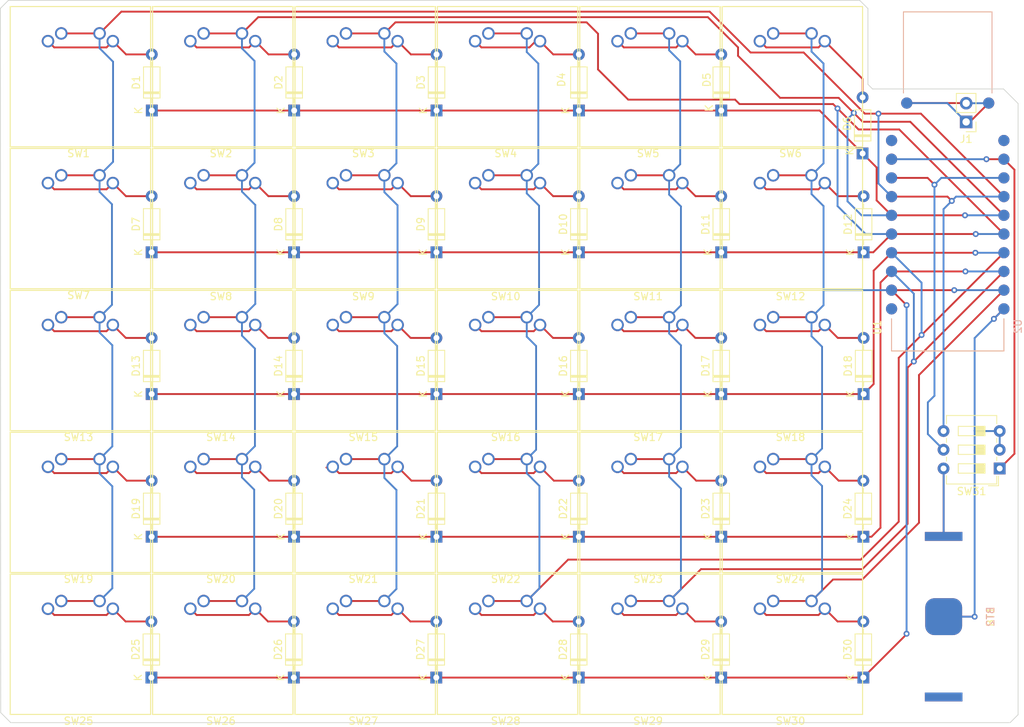
<source format=kicad_pcb>
(kicad_pcb (version 20211014) (generator pcbnew)
  (layers (0 "F.Cu" signal) (31 "B.Cu" signal) (34 "B.Paste" user) (35 "F.Paste" user) (36 "B.SilkS" user "B.Silkscreen") (37 "F.SilkS" user "F.Silkscreen") (38 "B.Mask" user) (39 "F.Mask" user) (44 "Edge.Cuts" user))
  (property "ADDRESS1" "")
  (property "ADDRESS2" "")
  (property "ADDRESS3" "")
  (property "ADDRESS4" "")
  (property "APPLICATION_BUILDNUMBER" "")
  (property "APPROVEDBY" "")
  (property "AUTHOR" "=Designer")
  (property "CHECKEDBY" "")
  (property "CURRENTDATE" "")
  (property "CURRENTTIME" "")
  (property "DOCUMENTFULLPATHANDNAME" "")
  (property "DOCUMENTNAME" "")
  (property "DOCUMENTNUMBER" "")
  (property "DOCUMENTSIZE" "A4")
  (property "DRAWNBY" "=Designer")
  (property "ENGINEER" "")
  (property "IMAGEPATH" "")
  (property "MODIFIEDDATE" "")
  (property "ORGANIZATION" "Nordic Semiconductor")
  (property "PROJECTNAME" "=ProjectName")
  (property "SHEETTOTAL" "1")
  (property "TIME" "")
  (net 0 "")
  (net 1 "Net-(D1-Pad1)")
  (net 2 "Net-(D1-Pad2)")
  (net 3 "Net-(D2-Pad2)")
  (net 4 "Net-(D3-Pad2)")
  (net 5 "Net-(D4-Pad2)")
  (net 6 "Net-(D5-Pad2)")
  (net 7 "Net-(D6-Pad2)")
  (net 8 "Net-(D10-Pad1)")
  (net 9 "Net-(D7-Pad2)")
  (net 10 "Net-(D8-Pad2)")
  (net 11 "Net-(D9-Pad2)")
  (net 12 "Net-(D10-Pad2)")
  (net 13 "Net-(D11-Pad2)")
  (net 14 "Net-(D12-Pad2)")
  (net 15 "Net-(D13-Pad1)")
  (net 16 "Net-(D13-Pad2)")
  (net 17 "Net-(D14-Pad2)")
  (net 18 "Net-(D15-Pad2)")
  (net 19 "Net-(D16-Pad2)")
  (net 20 "Net-(D17-Pad2)")
  (net 21 "Net-(D18-Pad2)")
  (net 22 "Net-(D19-Pad1)")
  (net 23 "Net-(D19-Pad2)")
  (net 24 "Net-(D20-Pad2)")
  (net 25 "Net-(D21-Pad2)")
  (net 26 "Net-(D22-Pad2)")
  (net 27 "Net-(D23-Pad2)")
  (net 28 "Net-(D24-Pad2)")
  (net 29 "Net-(D25-Pad1)")
  (net 30 "Net-(D25-Pad2)")
  (net 31 "Net-(D26-Pad2)")
  (net 32 "Net-(D27-Pad2)")
  (net 33 "Net-(D28-Pad2)")
  (net 34 "Net-(D29-Pad2)")
  (net 35 "Net-(D30-Pad2)")
  (net 36 "Net-(SW1-Pad1)")
  (net 37 "Net-(SW14-Pad1)")
  (net 38 "Net-(SW15-Pad1)")
  (net 39 "Net-(SW10-Pad1)")
  (net 40 "Net-(SW11-Pad1)")
  (net 41 "Net-(SW12-Pad1)")
  (net 42 "Net-(BT1-Pad2)")
  (net 43 "Net-(U1-Pad0.13)")
  (net 44 "Net-(U1-Pad0.15)")
  (net 45 "Net-(SW31-Pad1)")
  (net 46 "Net-(SW31-Pad4)")
  (net 47 "Net-(BT1-Pad1)")
  (net 48 "Net-(U1-PadVBUS)")
  (net 49 "Net-(J1-Pad1)")
  (net 50 "Net-(J1-Pad2)")
  (net 51 "Net-(SW31-Pad5)")
  (footprint "Diode_THT:D_DO-35_SOD27_P7.62mm_Horizontal" (layer "F.Cu") (at 125.718 94.3725 90)
    (fp_text reference "D17")
    (fp_text value "1N4148")
  )
  (footprint "gateron_ks-27_footprint:SW_Gateron_LO_PRO_1.00u_NO_LED_REVERSABLE_PCB" (layer "F.Cu") (at 96.73 128.22025 180)
    (fp_text reference "SW28")
    (fp_text value "GateronLP")
  )
  (footprint "download:MODULE_NRF52840-DONGLE" (layer "F.Cu") (at 156.45 65.5 90)
    (fp_text reference "U1")
    (fp_text value "NRF52840-DONGLE")
  )
  (footprint "Diode_THT:D_DO-35_SOD27_P7.62mm_Horizontal" (layer "F.Cu") (at 145 132.8675 90)
    (fp_text reference "D30")
    (fp_text value "1N4148")
  )
  (footprint "Diode_THT:D_DO-35_SOD27_P7.62mm_Horizontal" (layer "F.Cu") (at 145.038 75.125 90)
    (fp_text reference "D12")
    (fp_text value "1N4148")
  )
  (footprint "Diode_THT:D_DO-35_SOD27_P7.62mm_Horizontal" (layer "F.Cu") (at 87.078 113.75 90)
    (fp_text reference "D21")
    (fp_text value "1N4148")
  )
  (footprint "Diode_THT:D_DO-35_SOD27_P7.62mm_Horizontal" (layer "F.Cu") (at 106.398 113.75 90)
    (fp_text reference "D22")
    (fp_text value "1N4148")
  )
  (footprint "gateron_ks-27_footprint:SW_Gateron_LO_PRO_1.00u_NO_LED_REVERSABLE_PCB" (layer "F.Cu") (at 58.09 70.423 180)
    (fp_text reference "SW8")
    (fp_text value "GateronLP")
  )
  (footprint "gateron_ks-27_footprint:SW_Gateron_LO_PRO_1.00u_NO_LED_REVERSABLE_PCB" (layer "F.Cu") (at 135.37 108.9545 180)
    (fp_text reference "SW24")
    (fp_text value "GateronLP")
  )
  (footprint "Diode_THT:D_DO-35_SOD27_P7.62mm_Horizontal" (layer "F.Cu") (at 125.722 55.8775 90)
    (fp_text reference "D5")
    (fp_text value "1N4148")
  )
  (footprint "gateron_ks-27_footprint:SW_Gateron_LO_PRO_1.00u_NO_LED_REVERSABLE_PCB" (layer "F.Cu") (at 77.41 128.22025 180)
    (fp_text reference "SW27")
    (fp_text value "GateronLP")
  )
  (footprint "Diode_THT:D_DO-35_SOD27_P7.62mm_Horizontal" (layer "F.Cu") (at 87.054 132.8675 90)
    (fp_text reference "D27")
    (fp_text value "1N4148")
  )
  (footprint "gateron_ks-27_footprint:SW_Gateron_LO_PRO_1.00u_NO_LED_REVERSABLE_PCB" (layer "F.Cu") (at 116.05 128.22025 180)
    (fp_text reference "SW29")
    (fp_text value "GateronLP")
  )
  (footprint "MVB:TBH-CR2032-M04" (layer "F.Cu") (at 155.9 124.6 90)
    (fp_text reference "BT1")
    (fp_text value "Battery_Cell")
  )
  (footprint "Diode_THT:D_DO-35_SOD27_P7.62mm_Horizontal" (layer "F.Cu") (at 67.758 113.75 90)
    (fp_text reference "D20")
    (fp_text value "1N4148")
  )
  (footprint "gateron_ks-27_footprint:SW_Gateron_LO_PRO_1.00u_NO_LED_REVERSABLE_PCB" (layer "F.Cu") (at 96.73 70.423 180)
    (fp_text reference "SW10")
    (fp_text value "GateronLP")
  )
  (footprint "Diode_THT:D_DO-35_SOD27_P7.62mm_Horizontal" (layer "F.Cu") (at 106.406 55.8775 90)
    (fp_text reference "D4")
    (fp_text value "1N4148")
  )
  (footprint "gateron_ks-27_footprint:SW_Gateron_LO_PRO_1.00u_NO_LED_REVERSABLE_PCB" (layer "F.Cu") (at 77.41 51.15725 180)
    (fp_text reference "SW3")
    (fp_text value "GateronLP")
  )
  (footprint "Diode_THT:D_DO-35_SOD27_P7.62mm_Horizontal" (layer "F.Cu") (at 125.71 132.8675 90)
    (fp_text reference "D29")
    (fp_text value "1N4148")
  )
  (footprint "Diode_THT:D_DO-35_SOD27_P7.62mm_Horizontal" (layer "F.Cu") (at 106.398 94.3725 90)
    (fp_text reference "D16")
    (fp_text value "1N4148")
  )
  (footprint "gateron_ks-27_footprint:SW_Gateron_LO_PRO_1.00u_NO_LED_REVERSABLE_PCB" (layer "F.Cu") (at 116.05 70.423 180)
    (fp_text reference "SW11")
    (fp_text value "GateronLP")
  )
  (footprint "Diode_THT:D_DO-35_SOD27_P7.62mm_Horizontal" (layer "F.Cu") (at 145.038 94.3725 90)
    (fp_text reference "D18")
    (fp_text value "1N4148")
  )
  (footprint "Diode_THT:D_DO-35_SOD27_P7.62mm_Horizontal" (layer "F.Cu") (at 67.726 132.8675 90)
    (fp_text reference "D26")
    (fp_text value "1N4148")
  )
  (footprint "gateron_ks-27_footprint:SW_Gateron_LO_PRO_1.00u_NO_LED_REVERSABLE_PCB" (layer "F.Cu") (at 96.73 51.15725 180)
    (fp_text reference "SW4")
    (fp_text value "GateronLP")
  )
  (footprint "Diode_THT:D_DO-35_SOD27_P7.62mm_Horizontal" (layer "F.Cu") (at 87.09 55.8775 90)
    (fp_text reference "D3")
    (fp_text value "1N4148")
  )
  (footprint "gateron_ks-27_footprint:SW_Gateron_LO_PRO_1.00u_NO_LED_REVERSABLE_PCB" (layer "F.Cu") (at 116.05 89.68875 180)
    (fp_text reference "SW17")
    (fp_text value "GateronLP")
  )
  (footprint "gateron_ks-27_footprint:SW_Gateron_LO_PRO_1.00u_NO_LED_REVERSABLE_PCB" (layer "F.Cu") (at 38.77 108.9545 180)
    (fp_text reference "SW19")
    (fp_text value "GateronLP")
  )
  (footprint "gateron_ks-27_footprint:SW_Gateron_LO_PRO_1.00u_NO_LED_REVERSABLE_PCB" (layer "F.Cu") (at 58.09 128.22025 180)
    (fp_text reference "SW26")
    (fp_text value "GateronLP")
  )
  (footprint "gateron_ks-27_footprint:SW_Gateron_LO_PRO_1.00u_NO_LED_REVERSABLE_PCB" (layer "F.Cu") (at 38.77 51.15725 180)
    (fp_text reference "SW1")
    (fp_text value "GateronLP")
  )
  (footprint "Diode_THT:D_DO-35_SOD27_P7.62mm_Horizontal" (layer "F.Cu") (at 48.438 75.125 90)
    (fp_text reference "D7")
    (fp_text value "1N4148")
  )
  (footprint "Diode_THT:D_DO-35_SOD27_P7.62mm_Horizontal" (layer "F.Cu") (at 125.718 75.125 90)
    (fp_text reference "D11")
    (fp_text value "1N4148")
  )
  (footprint "gateron_ks-27_footprint:SW_Gateron_LO_PRO_1.00u_NO_LED_REVERSABLE_PCB" (layer "F.Cu") (at 58.09 51.15725 180)
    (fp_text reference "SW2")
    (fp_text value "GateronLP")
  )
  (footprint "Diode_THT:D_DO-35_SOD27_P7.62mm_Horizontal" (layer "F.Cu") (at 67.758 94.3725 90)
    (fp_text reference "D14")
    (fp_text value "1N4148")
  )
  (footprint "gateron_ks-27_footprint:SW_Gateron_LO_PRO_1.00u_NO_LED_REVERSABLE_PCB" (layer "F.Cu") (at 135.37 70.423 180)
    (fp_text reference "SW12")
    (fp_text value "GateronLP")
  )
  (footprint "Connector_PinHeader_2.54mm:PinHeader_1x02_P2.54mm_Vertical" (layer "F.Cu") (at 158.95 57.425 180)
    (fp_text reference "J1")
    (fp_text value "Conn_01x02_Male")
  )
  (footprint "gateron_ks-27_footprint:SW_Gateron_LO_PRO_1.00u_NO_LED_REVERSABLE_PCB" (layer "F.Cu") (at 116.05 108.9545 180)
    (fp_text reference "SW23")
    (fp_text value "GateronLP")
  )
  (footprint "gateron_ks-27_footprint:SW_Gateron_LO_PRO_1.00u_NO_LED_REVERSABLE_PCB" (layer "F.Cu") (at 116.05 51.15725 180)
    (fp_text reference "SW5")
    (fp_text value "GateronLP")
  )
  (footprint "gateron_ks-27_footprint:SW_Gateron_LO_PRO_1.00u_NO_LED_REVERSABLE_PCB" (layer "F.Cu") (at 135.37 51.15725 180)
    (fp_text reference "SW6")
    (fp_text value "GateronLP")
  )
  (footprint "Diode_THT:D_DO-35_SOD27_P7.62mm_Horizontal" (layer "F.Cu") (at 48.398 132.8675 90)
    (fp_text reference "D25")
    (fp_text value "1N4148")
  )
  (footprint "gateron_ks-27_footprint:SW_Gateron_LO_PRO_1.00u_NO_LED_REVERSABLE_PCB" (layer "F.Cu") (at 58.09 89.68875 180)
    (fp_text reference "SW14")
    (fp_text value "GateronLP")
  )
  (footprint "gateron_ks-27_footprint:SW_Gateron_LO_PRO_1.00u_NO_LED_REVERSABLE_PCB" (layer "F.Cu") (at 58.09 108.9545 180)
    (fp_text reference "SW20")
    (fp_text value "GateronLP")
  )
  (footprint "Diode_THT:D_DO-35_SOD27_P7.62mm_Horizontal" (layer "F.Cu") (at 87.078 75.125 90)
    (fp_text reference "D9")
    (fp_text value "1N4148")
  )
  (footprint "Diode_THT:D_DO-35_SOD27_P7.62mm_Horizontal" (layer "F.Cu") (at 48.438 113.75 90)
    (fp_text reference "D19")
    (fp_text value "1N4148")
  )
  (footprint "Diode_THT:D_DO-35_SOD27_P7.62mm_Horizontal" (layer "F.Cu") (at 87.078 94.3725 90)
    (fp_text reference "D15")
    (fp_text value "1N4148")
  )
  (footprint "Diode_THT:D_DO-35_SOD27_P7.62mm_Horizontal" (layer "F.Cu") (at 67.774 55.8775 90)
    (fp_text reference "D2")
    (fp_text value "1N4148")
  )
  (footprint "Diode_THT:D_DO-35_SOD27_P7.62mm_Horizontal" (layer "F.Cu") (at 48.438 94.3725 90)
    (fp_text reference "D13")
    (fp_text value "1N4148")
  )
  (footprint "gateron_ks-27_footprint:SW_Gateron_LO_PRO_1.00u_NO_LED_REVERSABLE_PCB" (layer "F.Cu") (at 77.41 89.68875 180)
    (fp_text reference "SW15")
    (fp_text value "GateronLP")
  )
  (footprint "gateron_ks-27_footprint:SW_Gateron_LO_PRO_1.00u_NO_LED_REVERSABLE_PCB" (layer "F.Cu") (at 135.37 128.22025 180)
    (fp_text reference "SW30")
    (fp_text value "GateronLP")
  )
  (footprint "gateron_ks-27_footprint:SW_Gateron_LO_PRO_1.00u_NO_LED_REVERSABLE_PCB" (layer "F.Cu") (at 135.37 89.68875 180)
    (fp_text reference "SW18")
    (fp_text value "GateronLP")
  )
  (footprint "Button_Switch_THT:SW_DIP_SPSTx03_Slide_6.7x9.18mm_W7.62mm_P2.54mm_LowProfile" (layer "F.Cu") (at 163.5 104.475 180)
    (fp_text reference "SW31")
    (fp_text value "SW_DIP_x03")
  )
  (footprint "Diode_THT:D_DO-35_SOD27_P7.62mm_Horizontal" (layer "F.Cu") (at 144.9 61.71 90)
    (fp_text reference "D6")
    (fp_text value "1N4148")
  )
  (footprint "gateron_ks-27_footprint:SW_Gateron_LO_PRO_1.00u_NO_LED_REVERSABLE_PCB" (layer "F.Cu") (at 77.41 70.423 180)
    (fp_text reference "SW9")
    (fp_text value "GateronLP")
  )
  (footprint "gateron_ks-27_footprint:SW_Gateron_LO_PRO_1.00u_NO_LED_REVERSABLE_PCB" (layer "F.Cu") (at 77.41 108.9545 180)
    (fp_text reference "SW21")
    (fp_text value "GateronLP")
  )
  (footprint "gateron_ks-27_footprint:SW_Gateron_LO_PRO_1.00u_NO_LED_REVERSABLE_PCB" (layer "F.Cu") (at 96.73 89.68875 180)
    (fp_text reference "SW16")
    (fp_text value "GateronLP")
  )
  (footprint "Diode_THT:D_DO-35_SOD27_P7.62mm_Horizontal" (layer "F.Cu") (at 106.382 132.8675 90)
    (fp_text reference "D28")
    (fp_text value "1N4148")
  )
  (footprint "gateron_ks-27_footprint:SW_Gateron_LO_PRO_1.00u_NO_LED_REVERSABLE_PCB" (layer "F.Cu") (at 38.77 89.68875 180)
    (fp_text reference "SW13")
    (fp_text value "GateronLP")
  )
  (footprint "Diode_THT:D_DO-35_SOD27_P7.62mm_Horizontal" (layer "F.Cu") (at 67.758 75.125 90)
    (fp_text reference "D8")
    (fp_text value "1N4148")
  )
  (footprint "gateron_ks-27_footprint:SW_Gateron_LO_PRO_1.00u_NO_LED_REVERSABLE_PCB" (layer "F.Cu") (at 38.77 70.423 180)
    (fp_text reference "SW7")
    (fp_text value "GateronLP")
  )
  (footprint "Diode_THT:D_DO-35_SOD27_P7.62mm_Horizontal" (layer "F.Cu") (at 125.718 113.75 90)
    (fp_text reference "D23")
    (fp_text value "1N4148")
  )
  (footprint "Diode_THT:D_DO-35_SOD27_P7.62mm_Horizontal" (layer "F.Cu") (at 145 113.75 90)
    (fp_text reference "D24")
    (fp_text value "1N4148")
  )
  (footprint "gateron_ks-27_footprint:SW_Gateron_LO_PRO_1.00u_NO_LED_REVERSABLE_PCB" (layer "F.Cu") (at 96.73 108.9545 180)
    (fp_text reference "SW22")
    (fp_text value "GateronLP")
  )
  (footprint "gateron_ks-27_footprint:SW_Gateron_LO_PRO_1.00u_NO_LED_REVERSABLE_PCB" (layer "F.Cu") (at 38.77 128.22025 180)
    (fp_text reference "SW25")
    (fp_text value "GateronLP")
  )
  (footprint "Diode_THT:D_DO-35_SOD27_P7.62mm_Horizontal" (layer "F.Cu") (at 48.458 55.8775 90)
    (fp_text reference "D1")
    (fp_text value "1N4148")
  )
  (footprint "Diode_THT:D_DO-35_SOD27_P7.62mm_Horizontal" (layer "F.Cu") (at 106.398 75.125 90)
    (fp_text reference "D10")
    (fp_text value "1N4148")
  )
  (footprint "MVB:TBH-CR2032-M04" (layer "B.Cu") (at 155.9 124.6 -90)
    (fp_text reference "BT2")
    (fp_text value "Battery_Cell")
  )
  (footprint "download:MODULE_NRF52840-DONGLE" (layer "B.Cu") (at 156.45 65.5 90)
    (fp_text reference "U2")
    (fp_text value "NRF52840-DONGLE")
  )
  (gr_line (start 144.51 40.92) (end 145.62 42.03) (layer "Edge.Cuts") (width 0.1))
  (gr_line (start 27.91 42.01) (end 27.96 137.63) (layer "Edge.Cuts") (width 0.1))
  (gr_line (start 145.62 42.03) (end 145.62 52.32) (layer "Edge.Cuts") (width 0.1))
  (gr_line (start 166 137.9) (end 164.91 138.99) (layer "Edge.Cuts") (width 0.1))
  (gr_line (start 29.32 138.99) (end 164.91 138.99) (layer "Edge.Cuts") (width 0.1))
  (gr_line (start 27.96 137.63) (end 29.32 138.99) (layer "Edge.Cuts") (width 0.1))
  (gr_line (start 166 54.93) (end 166 137.9) (layer "Edge.Cuts") (width 0.1))
  (gr_line (start 29 40.92) (end 27.91 42.01) (layer "Edge.Cuts") (width 0.1))
  (gr_line (start 29 40.92) (end 144.51 40.92) (layer "Edge.Cuts") (width 0.1))
  (gr_line (start 146.25 52.95) (end 164.02 52.95) (layer "Edge.Cuts") (width 0.1))
  (gr_line (start 145.62 52.32) (end 146.25 52.95) (layer "Edge.Cuts") (width 0.1))
  (gr_line (start 164.02 52.95) (end 166 54.93) (layer "Edge.Cuts") (width 0.1))
  (segment (start 146.8 68.075) (end 148.83 70.105) (width 0.25) (layer "F.Cu") (net 1))
  (segment (start 67.774 55.8775) (end 87.09 55.8775) (width 0.25) (layer "F.Cu") (net 1))
  (segment (start 146.8 63.61) (end 146.8 68.075) (width 0.25) (layer "F.Cu") (net 1))
  (segment (start 125.722 55.8775) (end 139.0675 55.8775) (width 0.25) (layer "F.Cu") (net 1))
  (segment (start 48.458 55.8775) (end 67.774 55.8775) (width 0.25) (layer "F.Cu") (net 1))
  (segment (start 87.09 55.8775) (end 106.406 55.8775) (width 0.25) (layer "F.Cu") (net 1))
  (segment (start 148.83 70.105) (end 158.795 70.105) (width 0.25) (layer "F.Cu") (net 1))
  (segment (start 139.0675 55.8775) (end 144.9 61.71) (width 0.25) (layer "F.Cu") (net 1))
  (segment (start 106.406 55.8775) (end 125.722 55.8775) (width 0.25) (layer "F.Cu") (net 1))
  (segment (start 144.9 61.71) (end 146.8 63.61) (width 0.25) (layer "F.Cu") (net 1))
  (via (at 158.795 70.105) (size 0.8) (drill 0.4) (layers "F.Cu" "B.Cu") (net 1))
  (segment (start 158.795 70.105) (end 164.07 70.105) (width 0.25) (layer "B.Cu") (net 1))
  (segment (start 42.32 47.30725) (end 35.22 47.30725) (width 0.25) (layer "F.Cu") (net 2))
  (segment (start 43.17 46.45725) (end 42.32 47.30725) (width 0.25) (layer "F.Cu") (net 2))
  (segment (start 44.97025 48.2575) (end 43.17 46.45725) (width 0.25) (layer "F.Cu") (net 2))
  (segment (start 48.458 48.2575) (end 44.97025 48.2575) (width 0.25) (layer "F.Cu") (net 2))
  (segment (start 35.22 47.30725) (end 34.37 46.45725) (width 0.25) (layer "F.Cu") (net 2))
  (segment (start 62.49 46.61) (end 62.45 46.65) (width 0.25) (layer "F.Cu") (net 3))
  (segment (start 64.29025 48.2575) (end 62.49 46.45725) (width 0.25) (layer "F.Cu") (net 3))
  (segment (start 67.774 48.2575) (end 64.29025 48.2575) (width 0.25) (layer "F.Cu") (net 3))
  (segment (start 62.49 46.45725) (end 62.49 46.61) (width 0.25) (layer "F.Cu") (net 3))
  (segment (start 61.64 47.30725) (end 54.54 47.30725) (width 0.25) (layer "F.Cu") (net 3))
  (segment (start 62.49 46.45725) (end 61.64 47.30725) (width 0.25) (layer "F.Cu") (net 3))
  (segment (start 54.54 47.30725) (end 53.69 46.45725) (width 0.25) (layer "F.Cu") (net 3))
  (segment (start 80.96 47.30725) (end 73.86 47.30725) (width 0.25) (layer "F.Cu") (net 4))
  (segment (start 81.81 46.45725) (end 80.96 47.30725) (width 0.25) (layer "F.Cu") (net 4))
  (segment (start 73.86 47.30725) (end 73.01 46.45725) (width 0.25) (layer "F.Cu") (net 4))
  (segment (start 87.09 48.2575) (end 83.61025 48.2575) (width 0.25) (layer "F.Cu") (net 4))
  (segment (start 83.61025 48.2575) (end 81.81 46.45725) (width 0.25) (layer "F.Cu") (net 4))
  (segment (start 100.55 46.45) (end 99.69275 47.30725) (width 0.25) (layer "F.Cu") (net 5))
  (segment (start 101.13 46.45725) (end 100.55725 46.45725) (width 0.25) (layer "F.Cu") (net 5))
  (segment (start 106.406 48.2575) (end 102.93025 48.2575) (width 0.25) (layer "F.Cu") (net 5))
  (segment (start 100.55725 46.45725) (end 100.55 46.45) (width 0.25) (layer "F.Cu") (net 5))
  (segment (start 102.93025 48.2575) (end 101.13 46.45725) (width 0.25) (layer "F.Cu") (net 5))
  (segment (start 93.18 47.30725) (end 92.33 46.45725) (width 0.25) (layer "F.Cu") (net 5))
  (segment (start 99.69275 47.30725) (end 93.18 47.30725) (width 0.25) (layer "F.Cu") (net 5))
  (segment (start 120.45 46.45725) (end 119.6 47.30725) (width 0.25) (layer "F.Cu") (net 6))
  (segment (start 122.25025 48.2575) (end 120.45 46.45725) (width 0.25) (layer "F.Cu") (net 6))
  (segment (start 119.6 47.30725) (end 112.5 47.30725) (width 0.25) (layer "F.Cu") (net 6))
  (segment (start 125.722 48.2575) (end 122.25025 48.2575) (width 0.25) (layer "F.Cu") (net 6))
  (segment (start 112.5 47.30725) (end 111.65 46.45725) (width 0.25) (layer "F.Cu") (net 6))
  (segment (start 144.9 51.58725) (end 139.77 46.45725) (width 0.25) (layer "F.Cu") (net 7))
  (segment (start 131.82 47.30725) (end 130.97 46.45725) (width 0.25) (layer "F.Cu") (net 7))
  (segment (start 139.77 46.45725) (end 138.92 47.30725) (width 0.25) (layer "F.Cu") (net 7))
  (segment (start 138.92 47.30725) (end 131.82 47.30725) (width 0.25) (layer "F.Cu") (net 7))
  (segment (start 144.9 54.09) (end 144.9 51.58725) (width 0.25) (layer "F.Cu") (net 7))
  (segment (start 145.038 75.125) (end 125.718 75.125) (width 0.25) (layer "F.Cu") (net 8))
  (segment (start 146.35 75.125) (end 148.83 72.645) (width 0.25) (layer "F.Cu") (net 8))
  (segment (start 145.038 75.125) (end 146.35 75.125) (width 0.25) (layer "F.Cu") (net 8))
  (segment (start 87.078 75.125) (end 106.398 75.125) (width 0.25) (layer "F.Cu") (net 8))
  (segment (start 160.25 72.645) (end 148.83 72.645) (width 0.25) (layer "F.Cu") (net 8))
  (segment (start 87.078 75.125) (end 67.758 75.125) (width 0.25) (layer "F.Cu") (net 8))
  (segment (start 125.718 75.125) (end 106.398 75.125) (width 0.25) (layer "F.Cu") (net 8))
  (segment (start 67.758 75.125) (end 48.438 75.125) (width 0.25) (layer "F.Cu") (net 8))
  (via (at 160.25 72.645) (size 0.8) (drill 0.4) (layers "F.Cu" "B.Cu") (net 8))
  (segment (start 164.07 72.645) (end 160.25 72.645) (width 0.25) (layer "B.Cu") (net 8))
  (segment (start 44.952 67.505) (end 43.17 65.723) (width 0.25) (layer "F.Cu") (net 9))
  (segment (start 35.22 66.573) (end 34.37 65.723) (width 0.25) (layer "F.Cu") (net 9))
  (segment (start 43.17 65.723) (end 42.32 66.573) (width 0.25) (layer "F.Cu") (net 9))
  (segment (start 42.32 66.573) (end 35.22 66.573) (width 0.25) (layer "F.Cu") (net 9))
  (segment (start 48.438 67.505) (end 44.952 67.505) (width 0.25) (layer "F.Cu") (net 9))
  (segment (start 62.49 65.723) (end 61.64 66.573) (width 0.25) (layer "F.Cu") (net 10))
  (segment (start 64.272 67.505) (end 62.49 65.723) (width 0.25) (layer "F.Cu") (net 10))
  (segment (start 67.758 67.505) (end 64.272 67.505) (width 0.25) (layer "F.Cu") (net 10))
  (segment (start 54.54 66.573) (end 53.69 65.723) (width 0.25) (layer "F.Cu") (net 10))
  (segment (start 61.64 66.573) (end 54.54 66.573) (width 0.25) (layer "F.Cu") (net 10))
  (segment (start 73.86 66.573) (end 73.01 65.723) (width 0.25) (layer "F.Cu") (net 11))
  (segment (start 81.81 65.723) (end 80.96 66.573) (width 0.25) (layer "F.Cu") (net 11))
  (segment (start 80.96 66.573) (end 73.86 66.573) (width 0.25) (layer "F.Cu") (net 11))
  (segment (start 83.592 67.505) (end 81.81 65.723) (width 0.25) (layer "F.Cu") (net 11))
  (segment (start 87.078 67.505) (end 83.592 67.505) (width 0.25) (layer "F.Cu") (net 11))
  (segment (start 102.912 67.505) (end 101.13 65.723) (width 0.25) (layer "F.Cu") (net 12))
  (segment (start 100.28 66.573) (end 93.18 66.573) (width 0.25) (layer "F.Cu") (net 12))
  (segment (start 93.18 66.573) (end 92.33 65.723) (width 0.25) (layer "F.Cu") (net 12))
  (segment (start 101.13 65.723) (end 100.28 66.573) (width 0.25) (layer "F.Cu") (net 12))
  (segment (start 106.398 67.505) (end 102.912 67.505) (width 0.25) (layer "F.Cu") (net 12))
  (segment (start 119.6 66.573) (end 112.5 66.573) (width 0.25) (layer "F.Cu") (net 13))
  (segment (start 125.718 67.505) (end 122.232 67.505) (width 0.25) (layer "F.Cu") (net 13))
  (segment (start 120.45 65.723) (end 119.6 66.573) (width 0.25) (layer "F.Cu") (net 13))
  (segment (start 112.5 66.573) (end 111.65 65.723) (width 0.25) (layer "F.Cu") (net 13))
  (segment (start 122.232 67.505) (end 120.45 65.723) (width 0.25) (layer "F.Cu") (net 13))
  (segment (start 139.77 65.723) (end 138.92 66.573) (width 0.25) (layer "F.Cu") (net 14))
  (segment (start 138.92 66.573) (end 131.82 66.573) (width 0.25) (layer "F.Cu") (net 14))
  (segment (start 141.552 67.505) (end 139.77 65.723) (width 0.25) (layer "F.Cu") (net 14))
  (segment (start 145.038 67.505) (end 141.552 67.505) (width 0.25) (layer "F.Cu") (net 14))
  (segment (start 131.82 66.573) (end 130.97 65.723) (width 0.25) (layer "F.Cu") (net 14))
  (segment (start 106.398 94.3725) (end 87.078 94.3725) (width 0.25) (layer "F.Cu") (net 15))
  (segment (start 67.758 94.3725) (end 48.438 94.3725) (width 0.25) (layer "F.Cu") (net 15))
  (segment (start 146.4 93.0105) (end 146.4 77.615) (width 0.25) (layer "F.Cu") (net 15))
  (segment (start 125.718 94.3725) (end 106.398 94.3725) (width 0.25) (layer "F.Cu") (net 15))
  (segment (start 148.83 75.185) (end 160.2 75.185) (width 0.25) (layer "F.Cu") (net 15))
  (segment (start 145.038 94.3725) (end 125.718 94.3725) (width 0.25) (layer "F.Cu") (net 15))
  (segment (start 145.038 94.3725) (end 146.4 93.0105) (width 0.25) (layer "F.Cu") (net 15))
  (segment (start 87.078 94.3725) (end 67.758 94.3725) (width 0.25) (layer "F.Cu") (net 15))
  (segment (start 146.4 77.615) (end 148.83 75.185) (width 0.25) (layer "F.Cu") (net 15))
  (via (at 160.2 75.185) (size 0.8) (drill 0.4) (layers "F.Cu" "B.Cu") (net 15))
  (segment (start 160.2 75.185) (end 164.07 75.185) (width 0.25) (layer "B.Cu") (net 15))
  (segment (start 42.32 85.83875) (end 35.22 85.83875) (width 0.25) (layer "F.Cu") (net 16))
  (segment (start 44.93375 86.7525) (end 43.17 84.98875) (width 0.25) (layer "F.Cu") (net 16))
  (segment (start 48.438 86.7525) (end 44.93375 86.7525) (width 0.25) (layer "F.Cu") (net 16))
  (segment (start 35.22 85.83875) (end 34.37 84.98875) (width 0.25) (layer "F.Cu") (net 16))
  (segment (start 43.17 84.98875) (end 42.32 85.83875) (width 0.25) (layer "F.Cu") (net 16))
  (segment (start 62.49 84.98875) (end 61.64 85.83875) (width 0.25) (layer "F.Cu") (net 17))
  (segment (start 64.25375 86.7525) (end 62.49 84.98875) (width 0.25) (layer "F.Cu") (net 17))
  (segment (start 61.64 85.83875) (end 54.54 85.83875) (width 0.25) (layer "F.Cu") (net 17))
  (segment (start 67.758 86.7525) (end 64.25375 86.7525) (width 0.25) (layer "F.Cu") (net 17))
  (segment (start 54.54 85.83875) (end 53.69 84.98875) (width 0.25) (layer "F.Cu") (net 17))
  (segment (start 83.57375 86.7525) (end 81.81 84.98875) (width 0.25) (layer "F.Cu") (net 18))
  (segment (start 87.078 86.7525) (end 83.57375 86.7525) (width 0.25) (layer "F.Cu") (net 18))
  (segment (start 73.86 85.83875) (end 73.01 84.98875) (width 0.25) (layer "F.Cu") (net 18))
  (segment (start 80.96 85.83875) (end 73.86 85.83875) (width 0.25) (layer "F.Cu") (net 18))
  (segment (start 81.81 84.98875) (end 80.96 85.83875) (width 0.25) (layer "F.Cu") (net 18))
  (segment (start 106.398 86.7525) (end 102.89375 86.7525) (width 0.25) (layer "F.Cu") (net 19))
  (segment (start 100.28 85.83875) (end 93.18 85.83875) (width 0.25) (layer "F.Cu") (net 19))
  (segment (start 93.18 85.83875) (end 92.33 84.98875) (width 0.25) (layer "F.Cu") (net 19))
  (segment (start 102.89375 86.7525) (end 101.13 84.98875) (width 0.25) (layer "F.Cu") (net 19))
  (segment (start 101.13 84.98875) (end 100.28 85.83875) (width 0.25) (layer "F.Cu") (net 19))
  (segment (start 112.5 85.83875) (end 111.65 84.98875) (width 0.25) (layer "F.Cu") (net 20))
  (segment (start 122.21375 86.7525) (end 120.45 84.98875) (width 0.25) (layer "F.Cu") (net 20))
  (segment (start 120.45 84.98875) (end 119.6 85.83875) (width 0.25) (layer "F.Cu") (net 20))
  (segment (start 119.6 85.83875) (end 112.5 85.83875) (width 0.25) (layer "F.Cu") (net 20))
  (segment (start 125.718 86.7525) (end 122.21375 86.7525) (width 0.25) (layer "F.Cu") (net 20))
  (segment (start 139.77 84.98875) (end 138.92 85.83875) (width 0.25) (layer "F.Cu") (net 21))
  (segment (start 141.53375 86.7525) (end 139.77 84.98875) (width 0.25) (layer "F.Cu") (net 21))
  (segment (start 145.038 86.7525) (end 141.53375 86.7525) (width 0.25) (layer "F.Cu") (net 21))
  (segment (start 138.92 85.83875) (end 131.82 85.83875) (width 0.25) (layer "F.Cu") (net 21))
  (segment (start 131.82 85.83875) (end 130.97 84.98875) (width 0.25) (layer "F.Cu") (net 21))
  (segment (start 145 113.75) (end 125.718 113.75) (width 0.25) (layer "F.Cu") (net 22))
  (segment (start 147.325 112.525) (end 147.325 79.23) (width 0.25) (layer "F.Cu") (net 22))
  (segment (start 106.398 113.75) (end 87.078 113.75) (width 0.25) (layer "F.Cu") (net 22))
  (segment (start 146.1 113.75) (end 147.325 112.525) (width 0.25) (layer "F.Cu") (net 22))
  (segment (start 125.718 113.75) (end 106.398 113.75) (width 0.25) (layer "F.Cu") (net 22))
  (segment (start 67.758 113.75) (end 48.438 113.75) (width 0.25) (layer "F.Cu") (net 22))
  (segment (start 158.85 77.725) (end 148.83 77.725) (width 0.25) (layer "F.Cu") (net 22))
  (segment (start 147.325 79.23) (end 148.83 77.725) (width 0.25) (layer "F.Cu") (net 22))
  (segment (start 87.078 113.75) (end 67.758 113.75) (width 0.25) (layer "F.Cu") (net 22))
  (segment (start 145 113.75) (end 146.1 113.75) (width 0.25) (layer "F.Cu") (net 22))
  (via (at 158.85 77.725) (size 0.8) (drill 0.4) (layers "F.Cu" "B.Cu") (net 22))
  (segment (start 164.07 77.725) (end 158.85 77.725) (width 0.25) (layer "B.Cu") (net 22))
  (segment (start 34.37 104.2545) (end 35.22 105.1045) (width 0.25) (layer "F.Cu") (net 23))
  (segment (start 43.17 104.2545) (end 45.0455 106.13) (width 0.25) (layer "F.Cu") (net 23))
  (segment (start 35.22 105.1045) (end 42.32 105.1045) (width 0.25) (layer "F.Cu") (net 23))
  (segment (start 42.32 105.1045) (end 43.17 104.2545) (width 0.25) (layer "F.Cu") (net 23))
  (segment (start 45.0455 106.13) (end 48.438 106.13) (width 0.25) (layer "F.Cu") (net 23))
  (segment (start 61.64 105.1045) (end 62.49 104.2545) (width 0.25) (layer "F.Cu") (net 24))
  (segment (start 54.54 105.1045) (end 61.64 105.1045) (width 0.25) (layer "F.Cu") (net 24))
  (segment (start 53.69 104.2545) (end 54.54 105.1045) (width 0.25) (layer "F.Cu") (net 24))
  (segment (start 67.758 106.13) (end 64.3655 106.13) (width 0.25) (layer "F.Cu") (net 24))
  (segment (start 64.3655 106.13) (end 62.49 104.2545) (width 0.25) (layer "F.Cu") (net 24))
  (segment (start 83.6855 106.13) (end 81.81 104.2545) (width 0.25) (layer "F.Cu") (net 25))
  (segment (start 87.078 106.13) (end 83.6855 106.13) (width 0.25) (layer "F.Cu") (net 25))
  (segment (start 73.86 105.1045) (end 73.1055 104.35) (width 0.25) (layer "F.Cu") (net 25))
  (segment (start 80.96 105.1045) (end 73.86 105.1045) (width 0.25) (layer "F.Cu") (net 25))
  (segment (start 81.81 104.2545) (end 80.96 105.1045) (width 0.25) (layer "F.Cu") (net 25))
  (segment (start 73.1055 104.35) (end 72.15 104.35) (width 0.25) (layer "F.Cu") (net 25))
  (segment (start 103.0055 106.13) (end 101.13 104.2545) (width 0.25) (layer "F.Cu") (net 26))
  (segment (start 100.28 105.1045) (end 93.18 105.1045) (width 0.25) (layer "F.Cu") (net 26))
  (segment (start 106.398 106.13) (end 103.0055 106.13) (width 0.25) (layer "F.Cu") (net 26))
  (segment (start 101.13 104.2545) (end 100.28 105.1045) (width 0.25) (layer "F.Cu") (net 26))
  (segment (start 93.18 105.1045) (end 92.33 104.2545) (width 0.25) (layer "F.Cu") (net 26))
  (segment (start 112.5 105.1045) (end 111.65 104.2545) (width 0.25) (layer "F.Cu") (net 27))
  (segment (start 120.45 104.2545) (end 119.6 105.1045) (width 0.25) (layer "F.Cu") (net 27))
  (segment (start 122.3255 106.13) (end 120.45 104.2545) (width 0.25) (layer "F.Cu") (net 27))
  (segment (start 125.718 106.13) (end 122.3255 106.13) (width 0.25) (layer "F.Cu") (net 27))
  (segment (start 119.6 105.1045) (end 112.5 105.1045) (width 0.25) (layer "F.Cu") (net 27))
  (segment (start 138.9245 105.1) (end 131.8155 105.1) (width 0.25) (layer "F.Cu") (net 28))
  (segment (start 131.8155 105.1) (end 130.97 104.2545) (width 0.25) (layer "F.Cu") (net 28))
  (segment (start 139.77 104.2545) (end 138.9245 105.1) (width 0.25) (layer "F.Cu") (net 28))
  (segment (start 141.6455 106.13) (end 139.77 104.2545) (width 0.25) (layer "F.Cu") (net 28))
  (segment (start 145 106.13) (end 141.6455 106.13) (width 0.25) (layer "F.Cu") (net 28))
  (segment (start 150.865 126.985) (end 150.865 126.915) (width 0.25) (layer "F.Cu") (net 29))
  (segment (start 48.398 132.8675) (end 67.726 132.8675) (width 0.25) (layer "F.Cu") (net 29))
  (segment (start 106.382 132.8675) (end 125.71 132.8675) (width 0.25) (layer "F.Cu") (net 29))
  (segment (start 145 132.8675) (end 145 132.85) (width 0.25) (layer "F.Cu") (net 29))
  (segment (start 148.83 80.265) (end 150.865 82.3) (width 0.25) (layer "F.Cu") (net 29))
  (segment (start 125.71 132.8675) (end 145 132.8675) (width 0.25) (layer "F.Cu") (net 29))
  (segment (start 148.83 80.265) (end 157.335 80.265) (width 0.25) (layer "F.Cu") (net 29))
  (segment (start 87.054 132.8675) (end 106.382 132.8675) (width 0.25) (layer "F.Cu") (net 29))
  (segment (start 67.726 132.8675) (end 87.054 132.8675) (width 0.25) (layer "F.Cu") (net 29))
  (segment (start 145 132.85) (end 150.865 126.985) (width 0.25) (layer "F.Cu") (net 29))
  (via (at 150.865 126.915) (size 0.8) (drill 0.4) (layers "F.Cu" "B.Cu") (net 29))
  (via (at 150.865 82.3) (size 0.8) (drill 0.4) (layers "F.Cu" "B.Cu") (net 29))
  (via (at 157.335 80.265) (size 0.8) (drill 0.4) (layers "F.Cu" "B.Cu") (net 29))
  (segment (start 164.07 80.265) (end 157.335 80.265) (width 0.25) (layer "B.Cu") (net 29))
  (segment (start 150.865 82.3) (end 150.865 126.915) (width 0.25) (layer "B.Cu") (net 29))
  (segment (start 43.17 123.52025) (end 42.32 124.37025) (width 0.25) (layer "F.Cu") (net 30))
  (segment (start 48.398 125.2475) (end 44.89725 125.2475) (width 0.25) (layer "F.Cu") (net 30))
  (segment (start 35.22 124.37025) (end 34.37 123.52025) (width 0.25) (layer "F.Cu") (net 30))
  (segment (start 44.89725 125.2475) (end 43.17 123.52025) (width 0.25) (layer "F.Cu") (net 30))
  (segment (start 42.32 124.37025) (end 35.22 124.37025) (width 0.25) (layer "F.Cu") (net 30))
  (segment (start 67.726 125.2475) (end 64.21725 125.2475) (width 0.25) (layer "F.Cu") (net 31))
  (segment (start 54.54 124.37025) (end 53.69 123.52025) (width 0.25) (layer "F.Cu") (net 31))
  (segment (start 61.64 124.37025) (end 54.54 124.37025) (width 0.25) (layer "F.Cu") (net 31))
  (segment (start 64.21725 125.2475) (end 62.49 123.52025) (width 0.25) (layer "F.Cu") (net 31))
  (segment (start 62.49 123.52025) (end 61.64 124.37025) (width 0.25) (layer "F.Cu") (net 31))
  (segment (start 81.81 123.52025) (end 80.96 124.37025) (width 0.25) (layer "F.Cu") (net 32))
  (segment (start 87.054 125.2475) (end 83.53725 125.2475) (width 0.25) (layer "F.Cu") (net 32))
  (segment (start 80.96 124.37025) (end 73.86 124.37025) (width 0.25) (layer "F.Cu") (net 32))
  (segment (start 73.86 124.37025) (end 73.01 123.52025) (width 0.25) (layer "F.Cu") (net 32))
  (segment (start 83.53725 125.2475) (end 81.81 123.52025) (width 0.25) (layer "F.Cu") (net 32))
  (segment (start 101.13 123.52025) (end 100.28 124.37025) (width 0.25) (layer "F.Cu") (net 33))
  (segment (start 102.85725 125.2475) (end 101.13 123.52025) (width 0.25) (layer "F.Cu") (net 33))
  (segment (start 100.28 124.37025) (end 93.18 124.37025) (width 0.25) (layer "F.Cu") (net 33))
  (segment (start 93.18 124.37025) (end 92.33 123.52025) (width 0.25) (layer "F.Cu") (net 33))
  (segment (start 106.382 125.2475) (end 102.85725 125.2475) (width 0.25) (layer "F.Cu") (net 33))
  (segment (start 112.5 124.37025) (end 111.65 123.52025) (width 0.25) (layer "F.Cu") (net 34))
  (segment (start 119.6 124.37025) (end 112.5 124.37025) (width 0.25) (layer "F.Cu") (net 34))
  (segment (start 120.45 123.52025) (end 119.6 124.37025) (width 0.25) (layer "F.Cu") (net 34))
  (segment (start 122.17725 125.2475) (end 120.45 123.52025) (width 0.25) (layer "F.Cu") (net 34))
  (segment (start 125.71 125.2475) (end 122.17725 125.2475) (width 0.25) (layer "F.Cu") (net 34))
  (segment (start 145 125.2475) (end 141.49725 125.2475) (width 0.25) (layer "F.Cu") (net 35))
  (segment (start 141.49725 125.2475) (end 139.77 123.52025) (width 0.25) (layer "F.Cu") (net 35))
  (segment (start 139.77 123.52025) (end 138.92 124.37025) (width 0.25) (layer "F.Cu") (net 35))
  (segment (start 138.92 124.37025) (end 131.82 124.37025) (width 0.25) (layer "F.Cu") (net 35))
  (segment (start 131.82 124.37025) (end 130.97 123.52025) (width 0.25) (layer "F.Cu") (net 35))
  (segment (start 147.05 56.3) (end 152.805 56.3) (width 0.25) (layer "F.Cu") (net 36))
  (segment (start 145.2 56.3) (end 136.9 48) (width 0.25) (layer "F.Cu") (net 36))
  (segment (start 36.17 122.47025) (end 41.37 122.47025) (width 0.25) (layer "F.Cu") (net 36))
  (segment (start 36.17 64.673) (end 41.37 64.673) (width 0.25) (layer "F.Cu") (net 36))
  (segment (start 36.17 103.2045) (end 41.37 103.2045) (width 0.25) (layer "F.Cu") (net 36))
  (segment (start 147.05 56.3) (end 145.2 56.3) (width 0.25) (layer "F.Cu") (net 36))
  (segment (start 44.32725 42.45) (end 41.37 45.40725) (width 0.25) (layer "F.Cu") (net 36))
  (segment (start 152.805 56.3) (end 164.07 67.565) (width 0.25) (layer "F.Cu") (net 36))
  (segment (start 129.7 48) (end 124.15 42.45) (width 0.25) (layer "F.Cu") (net 36))
  (segment (start 36.17 45.40725) (end 41.37 45.40725) (width 0.25) (layer "F.Cu") (net 36))
  (segment (start 136.9 48) (end 129.7 48) (width 0.25) (layer "F.Cu") (net 36))
  (segment (start 124.15 42.45) (end 44.32725 42.45) (width 0.25) (layer "F.Cu") (net 36))
  (segment (start 36.17 83.93875) (end 41.37 83.93875) (width 0.25) (layer "F.Cu") (net 36))
  (via (at 147.05 56.3) (size 0.8) (drill 0.4) (layers "F.Cu" "B.Cu") (net 36))
  (segment (start 41.37 66.92) (end 43.05 68.6) (width 0.25) (layer "B.Cu") (net 36))
  (segment (start 41.37 47.42) (end 43.2 49.25) (width 0.25) (layer "B.Cu") (net 36))
  (segment (start 43.1 87.75) (end 43.1 101.4745) (width 0.25) (layer "B.Cu") (net 36))
  (segment (start 41.37 45.40725) (end 41.37 47.42) (width 0.25) (layer "B.Cu") (net 36))
  (segment (start 147.05 65.785) (end 148.83 67.565) (width 0.25) (layer "B.Cu") (net 36))
  (segment (start 43.2 62.843) (end 41.37 64.673) (width 0.25) (layer "B.Cu") (net 36))
  (segment (start 41.37 86.02) (end 43.1 87.75) (width 0.25) (layer "B.Cu") (net 36))
  (segment (start 41.37 105.17) (end 43.1 106.9) (width 0.25) (layer "B.Cu") (net 36))
  (segment (start 43.05 82.25875) (end 41.37 83.93875) (width 0.25) (layer "B.Cu") (net 36))
  (segment (start 41.37 83.93875) (end 41.37 86.02) (width 0.25) (layer "B.Cu") (net 36))
  (segment (start 147.05 56.3) (end 147.05 65.785) (width 0.25) (layer "B.Cu") (net 36))
  (segment (start 41.37 64.673) (end 41.37 66.92) (width 0.25) (layer "B.Cu") (net 36))
  (segment (start 43.1 120.74025) (end 41.37 122.47025) (width 0.25) (layer "B.Cu") (net 36))
  (segment (start 43.1 106.9) (end 43.1 120.74025) (width 0.25) (layer "B.Cu") (net 36))
  (segment (start 43.2 49.25) (end 43.2 62.843) (width 0.25) (layer "B.Cu") (net 36))
  (segment (start 41.37 103.2045) (end 41.37 105.17) (width 0.25) (layer "B.Cu") (net 36))
  (segment (start 43.1 101.4745) (end 41.37 103.2045) (width 0.25) (layer "B.Cu") (net 36))
  (segment (start 43.05 68.6) (end 43.05 82.25875) (width 0.25) (layer "B.Cu") (net 36))
  (segment (start 55.49 64.673) (end 55.615 64.548) (width 0.25) (layer "F.Cu") (net 37))
  (segment (start 143.7 56.2) (end 144.9 57.4) (width 0.25) (layer "F.Cu") (net 37))
  (segment (start 144.9 57.4) (end 151.365 57.4) (width 0.25) (layer "F.Cu") (net 37))
  (segment (start 141.65 54.15) (end 143.7 56.2) (width 0.25) (layer "F.Cu") (net 37))
  (segment (start 55.49 64.673) (end 60.69 64.673) (width 0.25) (layer "F.Cu") (net 37))
  (segment (start 62.89725 43.2) (end 123.9 43.2) (width 0.25) (layer "F.Cu") (net 37))
  (segment (start 55.49 83.93875) (end 60.69 83.93875) (width 0.25) (layer "F.Cu") (net 37))
  (segment (start 128 47.3) (end 128 48.45) (width 0.25) (layer "F.Cu") (net 37))
  (segment (start 55.49 122.47025) (end 60.69 122.47025) (width 0.25) (layer "F.Cu") (net 37))
  (segment (start 123.9 43.2) (end 128 47.3) (width 0.25) (layer "F.Cu") (net 37))
  (segment (start 133.7 54.15) (end 141.65 54.15) (width 0.25) (layer "F.Cu") (net 37))
  (segment (start 151.365 57.4) (end 164.07 70.105) (width 0.25) (layer "F.Cu") (net 37))
  (segment (start 128 48.45) (end 133.7 54.15) (width 0.25) (layer "F.Cu") (net 37))
  (segment (start 55.49 103.2045) (end 60.69 103.2045) (width 0.25) (layer "F.Cu") (net 37))
  (segment (start 60.69 45.40725) (end 62.89725 43.2) (width 0.25) (layer "F.Cu") (net 37))
  (segment (start 55.49 45.40725) (end 60.69 45.40725) (width 0.25) (layer "F.Cu") (net 37))
  (via (at 143.7 56.2) (size 0.8) (drill 0.4) (layers "F.Cu" "B.Cu") (net 37))
  (segment (start 60.69 45.40725) (end 60.69 47.44) (width 0.25) (layer "B.Cu") (net 37))
  (segment (start 60.69 66.89) (end 62.5 68.7) (width 0.25) (layer "B.Cu") (net 37))
  (segment (start 62.5 82.12875) (end 60.69 83.93875) (width 0.25) (layer "B.Cu") (net 37))
  (segment (start 62.45 88.2) (end 62.45 101.4445) (width 0.25) (layer "B.Cu") (net 37))
  (segment (start 62.45 101.4445) (end 60.69 103.2045) (width 0.25) (layer "B.Cu") (net 37))
  (segment (start 60.69 86.44) (end 62.45 88.2) (width 0.25) (layer "B.Cu") (net 37))
  (segment (start 62.35 120.81025) (end 60.69 122.47025) (width 0.25) (layer "B.Cu") (net 37))
  (segment (start 60.69 103.2045) (end 60.69 105.69) (width 0.25) (layer "B.Cu") (net 37))
  (segment (start 142.85 68.2) (end 144.755 70.105) (width 0.25) (layer "B.Cu") (net 37))
  (segment (start 62.5 68.7) (end 62.5 82.12875) (width 0.25) (layer "B.Cu") (net 37))
  (segment (start 60.69 47.44) (end 62.4 49.15) (width 0.25) (layer "B.Cu") (net 37))
  (segment (start 62.4 62.963) (end 60.69 64.673) (width 0.25) (layer "B.Cu") (net 37))
  (segment (start 62.4 49.15) (end 62.4 62.963) (width 0.25) (layer "B.Cu") (net 37))
  (segment (start 60.69 105.69) (end 62.35 107.35) (width 0.25) (layer "B.Cu") (net 37))
  (segment (start 143.7 56.2) (end 142.85 57.05) (width 0.25) (layer "B.Cu") (net 37))
  (segment (start 144.755 70.105) (end 148.83 70.105) (width 0.25) (layer "B.Cu") (net 37))
  (segment (start 142.85 57.05) (end 142.85 68.2) (width 0.25) (layer "B.Cu") (net 37))
  (segment (start 60.69 64.673) (end 60.69 66.89) (width 0.25) (layer "B.Cu") (net 37))
  (segment (start 62.35 107.35) (end 62.35 120.81025) (width 0.25) (layer "B.Cu") (net 37))
  (segment (start 60.69 83.93875) (end 60.69 86.44) (width 0.25) (layer "B.Cu") (net 37))
  (segment (start 149.875 58.45) (end 164.07 72.645) (width 0.25) (layer "F.Cu") (net 38))
  (segment (start 74.81 83.93875) (end 80.01 83.93875) (width 0.25) (layer "F.Cu") (net 38))
  (segment (start 127.6 54.4) (end 113.1 54.4) (width 0.25) (layer "F.Cu") (net 38))
  (segment (start 107.45 43.9) (end 81.51725 43.9) (width 0.25) (layer "F.Cu") (net 38))
  (segment (start 128.2 55) (end 127.6 54.4) (width 0.25) (layer "F.Cu") (net 38))
  (segment (start 74.81 64.673) (end 80.01 64.673) (width 0.25) (layer "F.Cu") (net 38))
  (segment (start 140.9 55) (end 141.5 55.6) (width 0.25) (layer "F.Cu") (net 38))
  (segment (start 113.1 54.4) (end 109 50.3) (width 0.25) (layer "F.Cu") (net 38))
  (segment (start 141.5 55.6) (end 144.35 58.45) (width 0.25) (layer "F.Cu") (net 38))
  (segment (start 109 45.45) (end 107.45 43.9) (width 0.25) (layer "F.Cu") (net 38))
  (segment (start 74.81 103.2045) (end 80.01 103.2045) (width 0.25) (layer "F.Cu") (net 38))
  (segment (start 74.81 45.40725) (end 80.01 45.40725) (width 0.25) (layer "F.Cu") (net 38))
  (segment (start 140.9 55) (end 128.2 55) (width 0.25) (layer "F.Cu") (net 38))
  (segment (start 81.51725 43.9) (end 80.01 45.40725) (width 0.25) (layer "F.Cu") (net 38))
  (segment (start 74.81 122.47025) (end 80.01 122.47025) (width 0.25) (layer "F.Cu") (net 38))
  (segment (start 144.35 58.45) (end 149.875 58.45) (width 0.25) (layer "F.Cu") (net 38))
  (segment (start 109 50.3) (end 109 45.45) (width 0.25) (layer "F.Cu") (net 38))
  (via (at 141.5 55.6) (size 0.8) (drill 0.4) (layers "F.Cu" "B.Cu") (net 38))
  (segment (start 81.65 63.033) (end 80.01 64.673) (width 0.25) (layer "B.Cu") (net 38))
  (segment (start 81.75 87.85) (end 81.75 101.4645) (width 0.25) (layer "B.Cu") (net 38))
  (segment (start 80.01 103.2045) (end 80.01 105.76) (width 0.25) (layer "B.Cu") (net 38))
  (segment (start 141.5 68.85) (end 145.295 72.645) (width 0.25) (layer "B.Cu") (net 38))
  (segment (start 80.01 64.673) (end 80.01 66.96) (width 0.25) (layer "B.Cu") (net 38))
  (segment (start 80.01 105.76) (end 81.65 107.4) (width 0.25) (layer "B.Cu") (net 38))
  (segment (start 80.01 45.40725) (end 80.01 47.86) (width 0.25) (layer "B.Cu") (net 38))
  (segment (start 141.5 55.6) (end 141.5 68.85) (width 0.25) (layer "B.Cu") (net 38))
  (segment (start 81.8 68.75) (end 81.8 82.14875) (width 0.25) (layer "B.Cu") (net 38))
  (segment (start 81.65 49.5) (end 81.65 63.033) (width 0.25) (layer "B.Cu") (net 38))
  (segment (start 80.01 83.93875) (end 80.01 86.11) (width 0.25) (layer "B.Cu") (net 38))
  (segment (start 81.65 107.4) (end 81.65 120.83025) (width 0.25) (layer "B.Cu") (net 38))
  (segment (start 81.8 82.14875) (end 80.01 83.93875) (width 0.25) (layer "B.Cu") (net 38))
  (segment (start 145.295 72.645) (end 148.83 72.645) (width 0.25) (layer "B.Cu") (net 38))
  (segment (start 80.01 66.96) (end 81.8 68.75) (width 0.25) (layer "B.Cu") (net 38))
  (segment (start 80.01 47.86) (end 81.65 49.5) (width 0.25) (layer "B.Cu") (net 38))
  (segment (start 80.01 86.11) (end 81.75 87.85) (width 0.25) (layer "B.Cu") (net 38))
  (segment (start 81.65 120.83025) (end 80.01 122.47025) (width 0.25) (layer "B.Cu") (net 38))
  (segment (start 81.75 101.4645) (end 80.01 103.2045) (width 0.25) (layer "B.Cu") (net 38))
  (segment (start 94.13 45.40725) (end 99.33 45.40725) (width 0.25) (layer "F.Cu") (net 39))
  (segment (start 94.13 122.47025) (end 99.33 122.47025) (width 0.25) (layer "F.Cu") (net 39))
  (segment (start 149.8 89.455) (end 149.8 111.7) (width 0.25) (layer "F.Cu") (net 39))
  (segment (start 152.9 86.35) (end 152.9 86.355) (width 0.25) (layer "F.Cu") (net 39))
  (segment (start 152.9 86.355) (end 149.8 89.455) (width 0.25) (layer "F.Cu") (net 39))
  (segment (start 104.95025 116.85) (end 99.33 122.47025) (width 0.25) (layer "F.Cu") (net 39))
  (segment (start 144.65 116.85) (end 104.95025 116.85) (width 0.25) (layer "F.Cu") (net 39))
  (segment (start 94.13 83.93875) (end 99.33 83.93875) (width 0.25) (layer "F.Cu") (net 39))
  (segment (start 149.8 111.7) (end 144.65 116.85) (width 0.25) (layer "F.Cu") (net 39))
  (segment (start 94.13 103.2045) (end 99.33 103.2045) (width 0.25) (layer "F.Cu") (net 39))
  (segment (start 152.9 86.35) (end 152.905 86.35) (width 0.25) (layer "F.Cu") (net 39))
  (segment (start 152.905 86.35) (end 164.07 75.185) (width 0.25) (layer "F.Cu") (net 39))
  (segment (start 94.13 64.673) (end 99.33 64.673) (width 0.25) (layer "F.Cu") (net 39))
  (via (at 152.9 86.35) (size 0.8) (drill 0.4) (layers "F.Cu" "B.Cu") (net 39))
  (segment (start 101.05 120.75025) (end 99.33 122.47025) (width 0.25) (layer "B.Cu") (net 39))
  (segment (start 99.33 103.2045) (end 99.33 105.13) (width 0.25) (layer "B.Cu") (net 39))
  (segment (start 101 68.8) (end 101 82.26875) (width 0.25) (layer "B.Cu") (net 39))
  (segment (start 99.33 45.40725) (end 99.33 47.93) (width 0.25) (layer "B.Cu") (net 39))
  (segment (start 100.6 87.85) (end 100.6 101.9345) (width 0.25) (layer "B.Cu") (net 39))
  (segment (start 99.33 83.93875) (end 99.33 86.58) (width 0.25) (layer "B.Cu") (net 39))
  (segment (start 101.05 106.85) (end 101.05 120.75025) (width 0.25) (layer "B.Cu") (net 39))
  (segment (start 99.33 47.93) (end 100.9 49.5) (width 0.25) (layer "B.Cu") (net 39))
  (segment (start 100.6 101.9345) (end 99.33 103.2045) (width 0.25) (layer "B.Cu") (net 39))
  (segment (start 99.33 67.13) (end 101 68.8) (width 0.25) (layer "B.Cu") (net 39))
  (segment (start 152.9 79.255) (end 148.83 75.185) (width 0.25) (layer "B.Cu") (net 39))
  (segment (start 152.9 86.35) (end 152.9 79.255) (width 0.25) (layer "B.Cu") (net 39))
  (segment (start 99.33 64.673) (end 99.33 67.13) (width 0.25) (layer "B.Cu") (net 39))
  (segment (start 100.9 63.103) (end 99.33 64.673) (width 0.25) (layer "B.Cu") (net 39))
  (segment (start 101 82.26875) (end 99.33 83.93875) (width 0.25) (layer "B.Cu") (net 39))
  (segment (start 99.33 105.13) (end 101.05 106.85) (width 0.25) (layer "B.Cu") (net 39))
  (segment (start 100.9 49.5) (end 100.9 63.103) (width 0.25) (layer "B.Cu") (net 39))
  (segment (start 99.33 86.58) (end 100.6 87.85) (width 0.25) (layer "B.Cu") (net 39))
  (segment (start 151.85 89.95) (end 151.845 89.95) (width 0.25) (layer "F.Cu") (net 40))
  (segment (start 113.45 64.673) (end 118.65 64.673) (width 0.25) (layer "F.Cu") (net 40))
  (segment (start 113.45 122.47025) (end 118.65 122.47025) (width 0.25) (layer "F.Cu") (net 40))
  (segment (start 113.45 83.93875) (end 118.65 83.93875) (width 0.25) (layer "F.Cu") (net 40))
  (segment (start 113.45 45.40725) (end 118.65 45.40725) (width 0.25) (layer "F.Cu") (net 40))
  (segment (start 144.85 118.15) (end 122.97025 118.15) (width 0.25) (layer "F.Cu") (net 40))
  (segment (start 151.85 89.945) (end 164.07 77.725) (width 0.25) (layer "F.Cu") (net 40))
  (segment (start 122.97025 118.15) (end 118.65 122.47025) (width 0.25) (layer "F.Cu") (net 40))
  (segment (start 151.85 89.95) (end 151.85 89.945) (width 0.25) (layer "F.Cu") (net 40))
  (segment (start 151 90.795) (end 151 112) (width 0.25) (layer "F.Cu") (net 40))
  (segment (start 151 112) (end 144.85 118.15) (width 0.25) (layer "F.Cu") (net 40))
  (segment (start 113.45 103.2045) (end 118.65 103.2045) (width 0.25) (layer "F.Cu") (net 40))
  (segment (start 151.845 89.95) (end 151 90.795) (width 0.25) (layer "F.Cu") (net 40))
  (via (at 151.85 89.95) (size 0.8) (drill 0.4) (layers "F.Cu" "B.Cu") (net 40))
  (segment (start 120.15 63.173) (end 118.65 64.673) (width 0.25) (layer "B.Cu") (net 40))
  (segment (start 118.65 67.3) (end 120.25 68.9) (width 0.25) (layer "B.Cu") (net 40))
  (segment (start 151.85 89.95) (end 151.85 80.745) (width 0.25) (layer "B.Cu") (net 40))
  (segment (start 118.65 64.673) (end 118.65 67.3) (width 0.25) (layer "B.Cu") (net 40))
  (segment (start 118.65 105.6) (end 120.25 107.2) (width 0.25) (layer "B.Cu") (net 40))
  (segment (start 120.25 87.75) (end 120.25 101.6045) (width 0.25) (layer "B.Cu") (net 40))
  (segment (start 120.25 120.87025) (end 118.65 122.47025) (width 0.25) (layer "B.Cu") (net 40))
  (segment (start 120.25 82.33875) (end 118.65 83.93875) (width 0.25) (layer "B.Cu") (net 40))
  (segment (start 120.25 68.9) (end 120.25 82.33875) (width 0.25) (layer "B.Cu") (net 40))
  (segment (start 151.85 80.745) (end 148.83 77.725) (width 0.25) (layer "B.Cu") (net 40))
  (segment (start 118.65 103.2045) (end 118.65 105.6) (width 0.25) (layer "B.Cu") (net 40))
  (segment (start 118.65 47.7) (end 120.15 49.2) (width 0.25) (layer "B.Cu") (net 40))
  (segment (start 120.25 101.6045) (end 118.65 103.2045) (width 0.25) (layer "B.Cu") (net 40))
  (segment (start 120.15 49.2) (end 120.15 63.173) (width 0.25) (layer "B.Cu") (net 40))
  (segment (start 120.25 107.2) (end 120.25 120.87025) (width 0.25) (layer "B.Cu") (net 40))
  (segment (start 118.65 86.15) (end 120.25 87.75) (width 0.25) (layer "B.Cu") (net 40))
  (segment (start 118.65 45.40725) (end 118.65 47.7) (width 0.25) (layer "B.Cu") (net 40))
  (segment (start 118.65 83.93875) (end 118.65 86.15) (width 0.25) (layer "B.Cu") (net 40))
  (segment (start 152.55 91.785) (end 152.55 111.85) (width 0.25) (layer "F.Cu") (net 41))
  (segment (start 140.89025 119.55) (end 137.97 122.47025) (width 0.25) (layer "F.Cu") (net 41))
  (segment (start 144.85 119.55) (end 140.89025 119.55) (width 0.25) (layer "F.Cu") (net 41))
  (segment (start 132.77 64.673) (end 137.97 64.673) (width 0.25) (layer "F.Cu") (net 41))
  (segment (start 132.77 45.40725) (end 137.97 45.40725) (width 0.25) (layer "F.Cu") (net 41))
  (segment (start 154.1175 90.2175) (end 152.55 91.785) (width 0.25) (layer "F.Cu") (net 41))
  (segment (start 132.77 122.47025) (end 137.97 122.47025) (width 0.25) (layer "F.Cu") (net 41))
  (segment (start 132.77 103.2045) (end 137.97 103.2045) (width 0.25) (layer "F.Cu") (net 41))
  (segment (start 152.55 111.85) (end 144.85 119.55) (width 0.25) (layer "F.Cu") (net 41))
  (segment (start 164.07 80.265) (end 154.1175 90.2175) (width 0.25) (layer "F.Cu") (net 41))
  (segment (start 132.77 83.93875) (end 137.97 83.93875) (width 0.25) (layer "F.Cu") (net 41))
  (segment (start 137.97 45.40725) (end 137.97 47.87) (width 0.25) (layer "B.Cu") (net 41))
  (segment (start 139.4 87.95) (end 139.4 101.7745) (width 0.25) (layer "B.Cu") (net 41))
  (segment (start 139.6 68.85) (end 139.6 80.3) (width 0.25) (layer "B.Cu") (net 41))
  (segment (start 139.635 80.265) (end 139.6 80.3) (width 0.25) (layer "B.Cu") (net 41))
  (segment (start 148.83 80.265) (end 139.635 80.265) (width 0.25) (layer "B.Cu") (net 41))
  (segment (start 139.6 82.30875) (end 137.97 83.93875) (width 0.25) (layer "B.Cu") (net 41))
  (segment (start 139.4 106.85) (end 139.4 121.04025) (width 0.25) (layer "B.Cu") (net 41))
  (segment (start 137.97 64.673) (end 137.97 67.22) (width 0.25) (layer "B.Cu") (net 41))
  (segment (start 137.97 105.42) (end 139.4 106.85) (width 0.25) (layer "B.Cu") (net 41))
  (segment (start 139.6 49.5) (end 139.6 63.043) (width 0.25) (layer "B.Cu") (net 41))
  (segment (start 137.97 83.93875) (end 137.97 86.52) (width 0.25) (layer "B.Cu") (net 41))
  (segment (start 139.4 101.7745) (end 137.97 103.2045) (width 0.25) (layer "B.Cu") (net 41))
  (segment (start 137.97 103.2045) (end 137.97 105.42) (width 0.25) (layer "B.Cu") (net 41))
  (segment (start 139.6 63.043) (end 137.97 64.673) (width 0.25) (layer "B.Cu") (net 41))
  (segment (start 137.97 86.52) (end 139.4 87.95) (width 0.25) (layer "B.Cu") (net 41))
  (segment (start 137.97 47.87) (end 139.6 49.5) (width 0.25) (layer "B.Cu") (net 41))
  (segment (start 139.4 121.04025) (end 137.97 122.47025) (width 0.25) (layer "B.Cu") (net 41))
  (segment (start 139.6 80.3) (end 139.6 82.30875) (width 0.25) (layer "B.Cu") (net 41))
  (segment (start 137.97 67.22) (end 139.6 68.85) (width 0.25) (layer "B.Cu") (net 41))
  (segment (start 162.7125 84.1625) (end 164.07 82.805) (width 0.25) (layer "F.Cu") (net 42))
  (segment (start 160.1 124.6) (end 155.9 124.6) (width 0.25) (layer "F.Cu") (net 42))
  (via (at 160.1 124.6) (size 0.8) (drill 0.4) (layers "F.Cu" "B.Cu") (net 42))
  (via (at 162.7125 84.1625) (size 0.8) (drill 0.4) (layers "F.Cu" "B.Cu") (net 42))
  (segment (start 160.1 86.775) (end 160.1 99.35) (width 0.25) (layer "B.Cu") (net 42))
  (segment (start 160.145 99.395) (end 160.1 99.35) (width 0.25) (layer "B.Cu") (net 42))
  (segment (start 162.7125 84.1625) (end 164.07 82.805) (width 0.25) (layer "B.Cu") (net 42))
  (segment (start 163.5 99.395) (end 160.145 99.395) (width 0.25) (layer "B.Cu") (net 42))
  (segment (start 160.1 99.35) (end 160.1 124.6) (width 0.25) (layer "B.Cu") (net 42))
  (segment (start 160.1 124.6) (end 155.9 124.6) (width 0.25) (layer "B.Cu") (net 42))
  (segment (start 162.7125 84.1625) (end 160.1 86.775) (width 0.25) (layer "B.Cu") (net 42))
  (segment (start 163.5 99.395) (end 163.5 101.935) (width 0.25) (layer "B.Cu") (net 42))
  (segment (start 165.5 63.915) (end 165.5 102.475) (width 0.25) (layer "F.Cu") (net 45))
  (segment (start 161.7 62.485) (end 164.07 62.485) (width 0.25) (layer "F.Cu") (net 45))
  (segment (start 165.5 102.475) (end 163.5 104.475) (width 0.25) (layer "F.Cu") (net 45))
  (segment (start 164.07 62.485) (end 165.5 63.915) (width 0.25) (layer "F.Cu") (net 45))
  (via (at 161.7 62.485) (size 0.8) (drill 0.4) (layers "F.Cu" "B.Cu") (net 45))
  (segment (start 148.83 62.485) (end 161.7 62.485) (width 0.25) (layer "B.Cu") (net 45))
  (segment (start 156.415 67.565) (end 148.83 67.565) (width 0.25) (layer "F.Cu") (net 46))
  (segment (start 157 68.15) (end 156.415 67.565) (width 0.25) (layer "F.Cu") (net 46))
  (via (at 157 68.15) (size 0.8) (drill 0.4) (layers "F.Cu" "B.Cu") (net 46))
  (segment (start 157.585 67.565) (end 164.07 67.565) (width 0.25) (layer "B.Cu") (net 46))
  (segment (start 157 68.15) (end 157.585 67.565) (width 0.25) (layer "B.Cu") (net 46))
  (segment (start 155.88 69.27) (end 155.88 99.395) (width 0.25) (layer "B.Cu") (net 46))
  (segment (start 157 68.15) (end 155.88 69.27) (width 0.25) (layer "B.Cu") (net 46))
  (segment (start 155.9 104.495) (end 155.88 104.475) (width 0.25) (layer "F.Cu") (net 47))
  (segment (start 155.85 113.7) (end 155.9 113.65) (width 0.25) (layer "F.Cu") (net 47))
  (segment (start 155.9 113.65) (end 155.9 104.495) (width 0.25) (layer "F.Cu") (net 47))
  (segment (start 155.9 104.495) (end 155.88 104.475) (width 0.25) (layer "B.Cu") (net 47))
  (segment (start 155.85 113.7) (end 155.9 113.65) (width 0.25) (layer "B.Cu") (net 47))
  (segment (start 155.9 113.65) (end 155.9 104.495) (width 0.25) (layer "B.Cu") (net 47))
  (segment (start 159.45 57.425) (end 158.95 57.425) (width 0.25) (layer "F.Cu") (net 49))
  (segment (start 162.01 54.865) (end 159.45 57.425) (width 0.25) (layer "F.Cu") (net 49))
  (segment (start 156.39 54.865) (end 158.95 57.425) (width 0.25) (layer "B.Cu") (net 49))
  (segment (start 150.89 54.865) (end 156.39 54.865) (width 0.25) (layer "B.Cu") (net 49))
  (segment (start 158.93 54.865) (end 158.95 54.885) (width 0.25) (layer "F.Cu") (net 50))
  (segment (start 150.89 54.865) (end 158.93 54.865) (width 0.25) (layer "F.Cu") (net 50))
  (segment (start 161.99 54.885) (end 162.01 54.865) (width 0.25) (layer "B.Cu") (net 50))
  (segment (start 158.95 54.885) (end 161.99 54.885) (width 0.25) (layer "B.Cu") (net 50))
  (segment (start 153.725 65.025) (end 148.83 65.025) (width 0.25) (layer "F.Cu") (net 51))
  (segment (start 154.65 65.95) (end 153.725 65.025) (width 0.25) (layer "F.Cu") (net 51))
  (via (at 154.65 65.95) (size 0.8) (drill 0.4) (layers "F.Cu" "B.Cu") (net 51))
  (segment (start 154.65 94.6) (end 153.75 95.5) (width 0.25) (layer "B.Cu") (net 51))
  (segment (start 155.575 65.025) (end 164.07 65.025) (width 0.25) (layer "B.Cu") (net 51))
  (segment (start 153.75 99.805) (end 155.88 101.935) (width 0.25) (layer "B.Cu") (net 51))
  (segment (start 153.75 95.5) (end 153.75 99.805) (width 0.25) (layer "B.Cu") (net 51))
  (segment (start 154.65 65.95) (end 155.575 65.025) (width 0.25) (layer "B.Cu") (net 51))
  (segment (start 154.65 65.95) (end 154.65 94.6) (width 0.25) (layer "B.Cu") (net 51))
)
</source>
